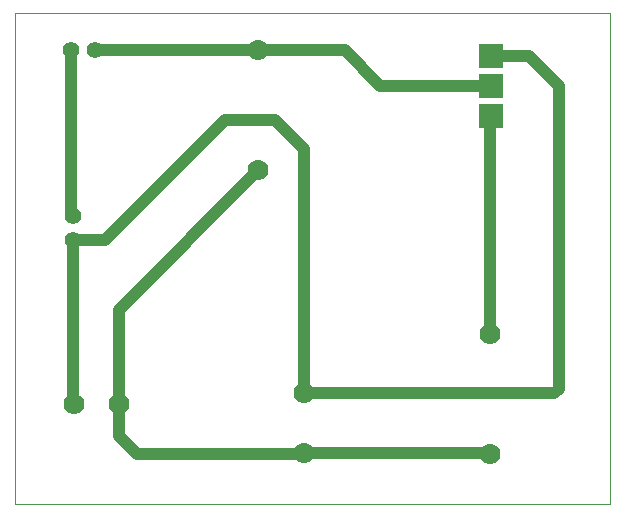
<source format=gbr>
G04 PROTEUS GERBER X2 FILE*
%TF.GenerationSoftware,Labcenter,Proteus,8.17-SP2-Build37159*%
%TF.CreationDate,2024-06-19T08:40:51+00:00*%
%TF.FileFunction,Copper,L2,Bot*%
%TF.FilePolarity,Positive*%
%TF.Part,Single*%
%TF.SameCoordinates,{cc4adc65-c152-4fc9-8d13-ce7ccd937357}*%
%FSLAX45Y45*%
%MOMM*%
G01*
%TA.AperFunction,Conductor*%
%ADD14C,1.016000*%
%TA.AperFunction,ComponentPad*%
%ADD10C,1.778000*%
%TA.AperFunction,ComponentPad*%
%ADD11R,2.032000X2.032000*%
%TA.AperFunction,WasherPad*%
%ADD12C,1.397000*%
%TA.AperFunction,Profile*%
%ADD13C,0.101600*%
%TD.AperFunction*%
D14*
X-2938000Y+3441000D02*
X-2938000Y+2058000D01*
X-2920000Y+2040000D01*
X-2920000Y+1840000D02*
X-2920000Y+450000D01*
X-2916000Y+446000D01*
X-2738000Y+3441000D02*
X-1356000Y+3441000D01*
X-1356000Y+2425000D02*
X-2535000Y+1246000D01*
X-2535000Y+446000D01*
X+609000Y+1040000D02*
X+609000Y+2877000D01*
X+617000Y+2885000D01*
X-1356000Y+3441000D02*
X-621000Y+3441000D01*
X-320000Y+3140000D01*
X+616000Y+3140000D01*
X+617000Y+3139000D01*
X-2535000Y+446000D02*
X-2535000Y+175000D01*
X-2380000Y+20000D01*
X-973000Y+20000D01*
X-964000Y+29000D01*
X-964000Y+537000D02*
X+1153000Y+537000D01*
X+1190000Y+574000D01*
X+1190000Y+2840000D01*
X+1190000Y+3140000D01*
X+940000Y+3390000D01*
X+620000Y+3390000D01*
X+617000Y+3393000D01*
X-964000Y+537000D02*
X-964000Y+2607556D01*
X-1210065Y+2853621D01*
X-1640188Y+2853621D01*
X-2653809Y+1840000D01*
X-2920000Y+1840000D01*
X-964000Y+29000D02*
X+604000Y+29000D01*
X+609000Y+24000D01*
D10*
X-2535000Y+446000D03*
X-2916000Y+446000D03*
X-964000Y+537000D03*
X-964000Y+29000D03*
D11*
X+617000Y+3393000D03*
X+617000Y+3139000D03*
X+617000Y+2885000D03*
D10*
X+609000Y+24000D03*
X+609000Y+1040000D03*
X-1356000Y+3441000D03*
X-1356000Y+2425000D03*
D12*
X-2938000Y+3441000D03*
X-2738000Y+3441000D03*
X-2920000Y+2040000D03*
X-2920000Y+1840000D03*
D13*
X-3410000Y-400000D02*
X+1620000Y-400000D01*
X+1620000Y+3760000D01*
X-3410000Y+3760000D01*
X-3410000Y-400000D01*
M02*

</source>
